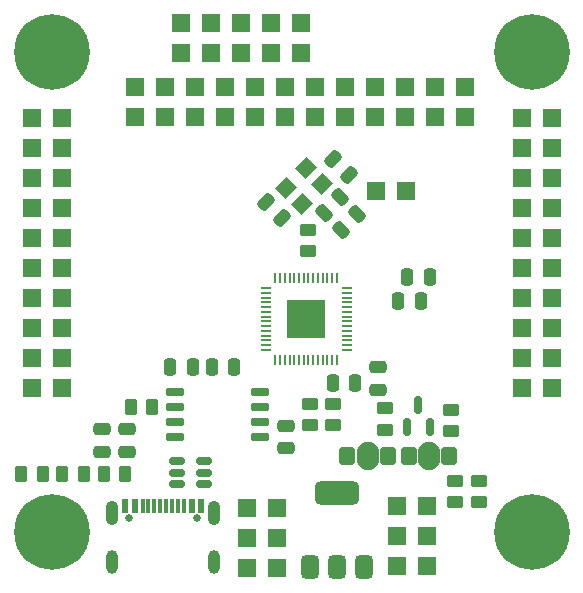
<source format=gbr>
%TF.GenerationSoftware,KiCad,Pcbnew,8.0.3+1*%
%TF.CreationDate,2024-07-16T01:11:10+00:00*%
%TF.ProjectId,RP2040v01,52503230-3430-4763-9031-2e6b69636164,rev?*%
%TF.SameCoordinates,Original*%
%TF.FileFunction,Soldermask,Bot*%
%TF.FilePolarity,Negative*%
%FSLAX46Y46*%
G04 Gerber Fmt 4.6, Leading zero omitted, Abs format (unit mm)*
G04 Created by KiCad (PCBNEW 8.0.3+1) date 2024-07-16 01:11:10*
%MOMM*%
%LPD*%
G01*
G04 APERTURE LIST*
G04 Aperture macros list*
%AMRoundRect*
0 Rectangle with rounded corners*
0 $1 Rounding radius*
0 $2 $3 $4 $5 $6 $7 $8 $9 X,Y pos of 4 corners*
0 Add a 4 corners polygon primitive as box body*
4,1,4,$2,$3,$4,$5,$6,$7,$8,$9,$2,$3,0*
0 Add four circle primitives for the rounded corners*
1,1,$1+$1,$2,$3*
1,1,$1+$1,$4,$5*
1,1,$1+$1,$6,$7*
1,1,$1+$1,$8,$9*
0 Add four rect primitives between the rounded corners*
20,1,$1+$1,$2,$3,$4,$5,0*
20,1,$1+$1,$4,$5,$6,$7,0*
20,1,$1+$1,$6,$7,$8,$9,0*
20,1,$1+$1,$8,$9,$2,$3,0*%
%AMRotRect*
0 Rectangle, with rotation*
0 The origin of the aperture is its center*
0 $1 length*
0 $2 width*
0 $3 Rotation angle, in degrees counterclockwise*
0 Add horizontal line*
21,1,$1,$2,0,0,$3*%
G04 Aperture macros list end*
%ADD10C,0.800000*%
%ADD11C,6.400000*%
%ADD12R,1.524000X1.524000*%
%ADD13RoundRect,0.250000X-0.159099X0.512652X-0.512652X0.159099X0.159099X-0.512652X0.512652X-0.159099X0*%
%ADD14RoundRect,0.250000X-0.475000X0.250000X-0.475000X-0.250000X0.475000X-0.250000X0.475000X0.250000X0*%
%ADD15RoundRect,0.250000X-0.250000X-0.475000X0.250000X-0.475000X0.250000X0.475000X-0.250000X0.475000X0*%
%ADD16RoundRect,0.375000X0.375000X-0.625000X0.375000X0.625000X-0.375000X0.625000X-0.375000X-0.625000X0*%
%ADD17RoundRect,0.500000X1.400000X-0.500000X1.400000X0.500000X-1.400000X0.500000X-1.400000X-0.500000X0*%
%ADD18RoundRect,0.150000X-0.650000X-0.150000X0.650000X-0.150000X0.650000X0.150000X-0.650000X0.150000X0*%
%ADD19C,0.650000*%
%ADD20R,0.600000X1.150000*%
%ADD21R,0.300000X1.150000*%
%ADD22O,1.000000X2.000000*%
%ADD23O,1.050000X2.100000*%
%ADD24RoundRect,0.250000X0.250000X0.475000X-0.250000X0.475000X-0.250000X-0.475000X0.250000X-0.475000X0*%
%ADD25RoundRect,0.150000X0.150000X-0.587500X0.150000X0.587500X-0.150000X0.587500X-0.150000X-0.587500X0*%
%ADD26RoundRect,0.050000X-0.387500X-0.050000X0.387500X-0.050000X0.387500X0.050000X-0.387500X0.050000X0*%
%ADD27RoundRect,0.050000X-0.050000X-0.387500X0.050000X-0.387500X0.050000X0.387500X-0.050000X0.387500X0*%
%ADD28R,3.200000X3.200000*%
%ADD29RotRect,1.400000X1.200000X225.000000*%
%ADD30RoundRect,0.250000X0.262500X0.450000X-0.262500X0.450000X-0.262500X-0.450000X0.262500X-0.450000X0*%
%ADD31RoundRect,0.250000X0.450000X-0.262500X0.450000X0.262500X-0.450000X0.262500X-0.450000X-0.262500X0*%
%ADD32O,1.900000X2.400000*%
%ADD33RoundRect,0.173334X0.476666X0.576666X-0.476666X0.576666X-0.476666X-0.576666X0.476666X-0.576666X0*%
%ADD34RoundRect,0.173334X-0.476666X-0.576666X0.476666X-0.576666X0.476666X0.576666X-0.476666X0.576666X0*%
%ADD35RoundRect,0.150000X0.512500X0.150000X-0.512500X0.150000X-0.512500X-0.150000X0.512500X-0.150000X0*%
%ADD36RoundRect,0.250000X-0.262500X-0.450000X0.262500X-0.450000X0.262500X0.450000X-0.262500X0.450000X0*%
%ADD37RoundRect,0.250000X0.512652X0.159099X0.159099X0.512652X-0.512652X-0.159099X-0.159099X-0.512652X0*%
%ADD38RoundRect,0.250000X-0.450000X0.262500X-0.450000X-0.262500X0.450000X-0.262500X0.450000X0.262500X0*%
%ADD39RoundRect,0.250000X0.159099X-0.512652X0.512652X-0.159099X-0.159099X0.512652X-0.512652X0.159099X0*%
%ADD40RoundRect,0.250000X-0.512652X-0.159099X-0.159099X-0.512652X0.512652X0.159099X0.159099X0.512652X0*%
%ADD41RoundRect,0.250000X0.475000X-0.250000X0.475000X0.250000X-0.475000X0.250000X-0.475000X-0.250000X0*%
G04 APERTURE END LIST*
D10*
%TO.C,H3*%
X7760000Y10160000D03*
X8462944Y11857056D03*
X8462944Y8462944D03*
X10160000Y12560000D03*
D11*
X10160000Y10160000D03*
D10*
X10160000Y7760000D03*
X11857056Y11857056D03*
X11857056Y8462944D03*
X12560000Y10160000D03*
%TD*%
%TO.C,H4*%
X48400000Y10160000D03*
X49102944Y11857056D03*
X49102944Y8462944D03*
X50800000Y12560000D03*
D11*
X50800000Y10160000D03*
D10*
X50800000Y7760000D03*
X52497056Y11857056D03*
X52497056Y8462944D03*
X53200000Y10160000D03*
%TD*%
D12*
%TO.C,J3*%
X39430000Y12340000D03*
X41970000Y12340000D03*
X39430000Y9800000D03*
X41970000Y9800000D03*
X39430000Y7260000D03*
X41970000Y7260000D03*
%TD*%
%TO.C,J8*%
X31235000Y53290000D03*
X31235000Y50750000D03*
X28695000Y53290000D03*
X28695000Y50750000D03*
X26155000Y53290000D03*
X26155000Y50750000D03*
X23615000Y53290000D03*
X23615000Y50750000D03*
X21075000Y53290000D03*
X21075000Y50750000D03*
%TD*%
%TO.C,J6*%
X49960000Y45240000D03*
X52500000Y45240000D03*
X49960000Y42700000D03*
X52500000Y42700000D03*
X49960000Y40160000D03*
X52500000Y40160000D03*
X49960000Y37620000D03*
X52500000Y37620000D03*
X49960000Y35080000D03*
X52500000Y35080000D03*
X49960000Y32540000D03*
X52500000Y32540000D03*
X49960000Y30000000D03*
X52500000Y30000000D03*
X49960000Y27460000D03*
X52500000Y27460000D03*
X49960000Y24920000D03*
X52500000Y24920000D03*
X49960000Y22380000D03*
X52500000Y22380000D03*
%TD*%
D10*
%TO.C,H2*%
X48400000Y50800000D03*
X49102944Y52497056D03*
X49102944Y49102944D03*
X50800000Y53200000D03*
D11*
X50800000Y50800000D03*
D10*
X50800000Y48400000D03*
X52497056Y52497056D03*
X52497056Y49102944D03*
X53200000Y50800000D03*
%TD*%
D12*
%TO.C,J1*%
X26730000Y12240000D03*
X29270000Y12240000D03*
X26730000Y9700000D03*
X29270000Y9700000D03*
X26730000Y7160000D03*
X29270000Y7160000D03*
%TD*%
%TO.C,J5*%
X11040000Y22340000D03*
X8500000Y22340000D03*
X11040000Y24880000D03*
X8500000Y24880000D03*
X11040000Y27420000D03*
X8500000Y27420000D03*
X11040000Y29960000D03*
X8500000Y29960000D03*
X11040000Y32500000D03*
X8500000Y32500000D03*
X11040000Y35040000D03*
X8500000Y35040000D03*
X11040000Y37580000D03*
X8500000Y37580000D03*
X11040000Y40120000D03*
X8500000Y40120000D03*
X11040000Y42660000D03*
X8500000Y42660000D03*
X11040000Y45200000D03*
X8500000Y45200000D03*
%TD*%
%TO.C,J4*%
X40175000Y39075000D03*
X37635000Y39075000D03*
%TD*%
D10*
%TO.C,H1*%
X7760000Y50800000D03*
X8462944Y52497056D03*
X8462944Y49102944D03*
X10160000Y53200000D03*
D11*
X10160000Y50800000D03*
D10*
X10160000Y48400000D03*
X11857056Y52497056D03*
X11857056Y49102944D03*
X12560000Y50800000D03*
%TD*%
D12*
%TO.C,J7*%
X17185000Y45310000D03*
X17185000Y47850000D03*
X19725000Y45310000D03*
X19725000Y47850000D03*
X22265000Y45310000D03*
X22265000Y47850000D03*
X24805000Y45310000D03*
X24805000Y47850000D03*
X27345000Y45310000D03*
X27345000Y47850000D03*
X29885000Y45310000D03*
X29885000Y47850000D03*
X32425000Y45310000D03*
X32425000Y47850000D03*
X34965000Y45310000D03*
X34965000Y47850000D03*
X37505000Y45310000D03*
X37505000Y47850000D03*
X40045000Y45310000D03*
X40045000Y47850000D03*
X42585000Y45310000D03*
X42585000Y47850000D03*
X45125000Y45310000D03*
X45125000Y47850000D03*
%TD*%
D13*
%TO.C,C8*%
X34596751Y38521751D03*
X33253249Y37178249D03*
%TD*%
D14*
%TO.C,C6*%
X30000000Y19150000D03*
X30000000Y17250000D03*
%TD*%
D15*
%TO.C,C3*%
X23700000Y24100000D03*
X25600000Y24100000D03*
%TD*%
D16*
%TO.C,U1*%
X36600000Y7200000D03*
X34300000Y7200000D03*
D17*
X34300000Y13500000D03*
D16*
X32000000Y7200000D03*
%TD*%
D18*
%TO.C,U3*%
X20600000Y18232500D03*
X20600000Y19502500D03*
X20600000Y20772500D03*
X20600000Y22042500D03*
X27800000Y22042500D03*
X27800000Y20772500D03*
X27800000Y19502500D03*
X27800000Y18232500D03*
%TD*%
D19*
%TO.C,J2*%
X22490000Y11315000D03*
X16710000Y11315000D03*
D20*
X22800000Y12390000D03*
X22000000Y12390000D03*
D21*
X20850000Y12390000D03*
X19850000Y12390000D03*
X19350000Y12390000D03*
X18350000Y12390000D03*
D20*
X16400000Y12390000D03*
X17200000Y12390000D03*
D21*
X17850000Y12390000D03*
X18850000Y12390000D03*
X20350000Y12390000D03*
X21350000Y12390000D03*
D22*
X23920000Y7635000D03*
X15280000Y7635000D03*
D23*
X23920000Y11815000D03*
X15280000Y11815000D03*
%TD*%
D24*
%TO.C,C5*%
X22100000Y24100000D03*
X20200000Y24100000D03*
%TD*%
D25*
%TO.C,Q1*%
X42150000Y19087500D03*
X40250000Y19087500D03*
X41200000Y20962500D03*
%TD*%
D26*
%TO.C,U4*%
X28262500Y25600000D03*
X28262500Y26000000D03*
X28262500Y26400000D03*
X28262500Y26800000D03*
X28262500Y27200000D03*
X28262500Y27600000D03*
X28262500Y28000000D03*
X28262500Y28400000D03*
X28262500Y28800000D03*
X28262500Y29200000D03*
X28262500Y29600000D03*
X28262500Y30000000D03*
X28262500Y30400000D03*
X28262500Y30800000D03*
D27*
X29100000Y31637500D03*
X29500000Y31637500D03*
X29900000Y31637500D03*
X30300000Y31637500D03*
X30700000Y31637500D03*
X31100000Y31637500D03*
X31500000Y31637500D03*
X31900000Y31637500D03*
X32300000Y31637500D03*
X32700000Y31637500D03*
X33100000Y31637500D03*
X33500000Y31637500D03*
X33900000Y31637500D03*
X34300000Y31637500D03*
D26*
X35137500Y30800000D03*
X35137500Y30400000D03*
X35137500Y30000000D03*
X35137500Y29600000D03*
X35137500Y29200000D03*
X35137500Y28800000D03*
X35137500Y28400000D03*
X35137500Y28000000D03*
X35137500Y27600000D03*
X35137500Y27200000D03*
X35137500Y26800000D03*
X35137500Y26400000D03*
X35137500Y26000000D03*
X35137500Y25600000D03*
D27*
X34300000Y24762500D03*
X33900000Y24762500D03*
X33500000Y24762500D03*
X33100000Y24762500D03*
X32700000Y24762500D03*
X32300000Y24762500D03*
X31900000Y24762500D03*
X31500000Y24762500D03*
X31100000Y24762500D03*
X30700000Y24762500D03*
X30300000Y24762500D03*
X29900000Y24762500D03*
X29500000Y24762500D03*
X29100000Y24762500D03*
D28*
X31700000Y28200000D03*
%TD*%
D29*
%TO.C,Y1*%
X33049557Y39639557D03*
X31352500Y37942500D03*
X30008997Y39286003D03*
X31706054Y40983060D03*
%TD*%
D15*
%TO.C,C4*%
X33950000Y22800000D03*
X35850000Y22800000D03*
%TD*%
%TO.C,C11*%
X39500000Y29700000D03*
X41400000Y29700000D03*
%TD*%
D30*
%TO.C,R1*%
X16387500Y15100000D03*
X14562500Y15100000D03*
%TD*%
D31*
%TO.C,R5*%
X46300000Y12700000D03*
X46300000Y14525000D03*
%TD*%
%TO.C,R6*%
X32000000Y19187500D03*
X32000000Y21012500D03*
%TD*%
%TO.C,R11*%
X38400000Y18800000D03*
X38400000Y20625000D03*
%TD*%
D32*
%TO.C,D2*%
X36900000Y16600000D03*
D33*
X38600000Y16600000D03*
D34*
X35200000Y16600000D03*
%TD*%
D35*
%TO.C,U2*%
X23037500Y16150000D03*
X23037500Y15200000D03*
X23037500Y14250000D03*
X20762500Y14250000D03*
X20762500Y15200000D03*
X20762500Y16150000D03*
%TD*%
D30*
%TO.C,R4*%
X18675000Y20750000D03*
X16850000Y20750000D03*
%TD*%
%TO.C,R2*%
X12900000Y15075000D03*
X11075000Y15075000D03*
%TD*%
D36*
%TO.C,R3*%
X7600000Y15100000D03*
X9425000Y15100000D03*
%TD*%
D37*
%TO.C,C12*%
X35321751Y40378249D03*
X33978249Y41721751D03*
%TD*%
D38*
%TO.C,R10*%
X44000000Y20512500D03*
X44000000Y18687500D03*
%TD*%
%TO.C,R9*%
X44300000Y14500000D03*
X44300000Y12675000D03*
%TD*%
D31*
%TO.C,R7*%
X34000000Y19187500D03*
X34000000Y21012500D03*
%TD*%
D15*
%TO.C,C13*%
X40275000Y31725000D03*
X42175000Y31725000D03*
%TD*%
D39*
%TO.C,C9*%
X34675000Y35750000D03*
X36018502Y37093502D03*
%TD*%
D32*
%TO.C,D1*%
X42100000Y16600000D03*
D34*
X40400000Y16600000D03*
D33*
X43800000Y16600000D03*
%TD*%
D31*
%TO.C,R8*%
X31875000Y33950000D03*
X31875000Y35775000D03*
%TD*%
D14*
%TO.C,C10*%
X37800000Y24100000D03*
X37800000Y22200000D03*
%TD*%
D40*
%TO.C,C7*%
X28308998Y38086002D03*
X29652500Y36742500D03*
%TD*%
D41*
%TO.C,C2*%
X16525000Y16950000D03*
X16525000Y18850000D03*
%TD*%
%TO.C,C1*%
X14425000Y16950000D03*
X14425000Y18850000D03*
%TD*%
M02*

</source>
